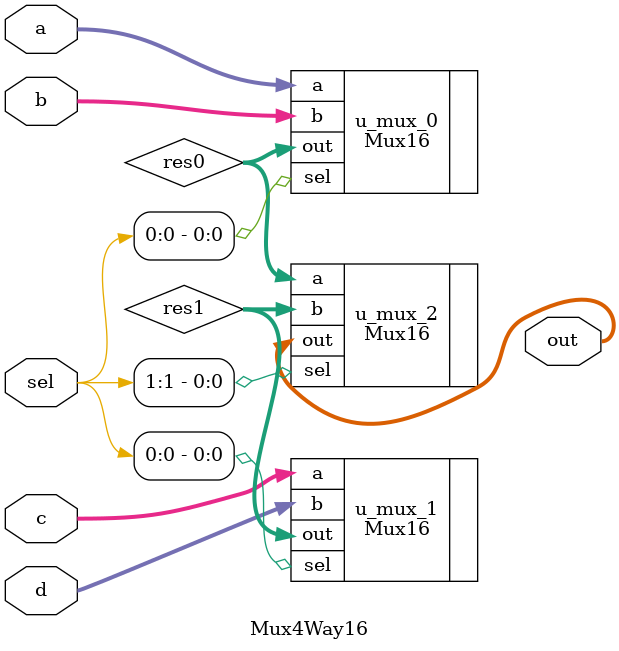
<source format=v>
`timescale 1ns / 1ps

module Mux4Way16 (
    input   [15:0]  a   ,
    input   [15:0]  b   ,
    input   [15:0]  c   ,
    input   [15:0]  d   ,
    input   [1:0]   sel ,
    output  [15:0]  out );

wire [15:0] res0, res1;

Mux16 u_mux_0 ( .a(a), .b(b), .sel(sel[0]), .out(res0) );
Mux16 u_mux_1 ( .a(c), .b(d), .sel(sel[0]), .out(res1) );
Mux16 u_mux_2 ( .a(res0), .b(res1), .sel(sel[1]), .out(out) );
    
endmodule
</source>
